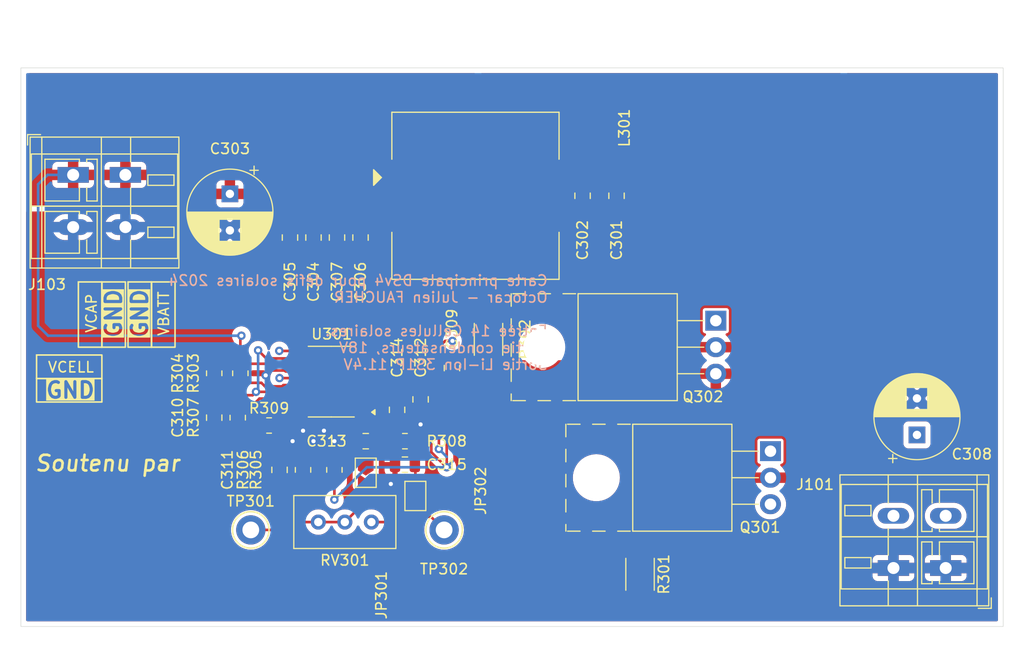
<source format=kicad_pcb>
(kicad_pcb (version 20240225) (generator "pcbnew") (generator_version "8.99")
  (layers (0 "F.Cu" signal) (31 "B.Cu" signal) (34 "B.Paste" user) (35 "F.Paste" user) (36 "B.SilkS" user "B.Silkscreen") (37 "F.SilkS" user "F.Silkscreen") (38 "B.Mask" user) (39 "F.Mask" user) (44 "Edge.Cuts" user))
  (net 0 "")
  (net 1 "Net-(U301-INTV_{EE})")
  (net 2 "Net-(U301-INTV_{CC})")
  (net 3 "Net-(U301-IMON)")
  (net 4 "Net-(JP301-A)")
  (net 5 "Net-(U301-SS)")
  (net 6 "Net-(JP302-A)")
  (net 7 "Net-(JP301-B)")
  (net 8 "Net-(JP302-B)")
  (net 9 "Net-(Q301-G)")
  (net 10 "Net-(Q302-G)")
  (net 11 "Net-(U301-EN{slash}FBIN)")
  (net 12 "Net-(U301-FBX)")
  (net 13 "Net-(U301-RT)")
  (net 14 "Net-(R307-Pad2)")
  (net 16 "/PSU Core/SW_IN")
  (net 17 "/PSU Core/SW_OUT")
  (net 18 "/PSU Core/V_{IN}")
  (net 19 "PGND")
  (net 20 "/PSU Core/V_{OUT}")
  (net 21 "/PSU Core/V_{CTRL}")
  (net 22 "/PSU Core/SWOUT_ISP")
  (net 23 "/PSU Core/SWIN_CSP")
  (footprint "Resistor_SMD:R_0805_2012Metric" (layer "F.Cu") (at 136.75 81.25)
    (property "Reference" "R308" (at 4 0 0) (layer "F.SilkS"))
    (property "Value" "R")
    (pad "1" smd roundrect (at -0.9125 0) (size 1.025 1.4) (layers "F.Cu" "F.Paste" "F.Mask") (roundrect_rratio 0.243902) (net 4 "Net-(JP301-A)"))
    (pad "2" smd roundrect (at 0.9125 0) (size 1.025 1.4) (layers "F.Cu" "F.Paste" "F.Mask") (roundrect_rratio 0.243902) (net 6 "Net-(JP302-A)"))
  )
  (footprint "Resistor_SMD:R_2010_5025Metric" (layer "F.Cu") (at 159.25 94 -90)
    (property "Reference" "R301" (at 0 -2.28 90) (layer "F.SilkS"))
    (property "Value" "33m")
    (pad "1" smd roundrect (at -2.3125 0 270) (size 1.225 2.65) (layers "F.Cu" "F.Paste" "F.Mask") (roundrect_rratio 0.204082) (net 22 "/PSU Core/SWOUT_ISP") (thermal_bridge_width 1))
    (pad "2" smd roundrect (at 2.3125 0 270) (size 1.225 2.65) (layers "F.Cu" "F.Paste" "F.Mask") (roundrect_rratio 0.204082) (net 20 "/PSU Core/V_{OUT}") (thermal_bridge_width 1))
  )
  (footprint "Capacitor_SMD:C_0805_2012Metric" (layer "F.Cu") (at 124.75 84 90)
    (property "Reference" "C311" (at 0 -5 -90) (layer "F.SilkS"))
    (property "Value" "C")
    (pad "1" smd roundrect (at -0.95 0 90) (size 1 1.45) (layers "F.Cu" "F.Paste" "F.Mask") (net 21 "/PSU Core/V_{CTRL}"))
    (pad "2" smd roundrect (at 0.95 0 90) (size 1 1.45) (layers "F.Cu" "F.Paste" "F.Mask") (net 19 "PGND"))
  )
  (footprint "Package_SO:HTSSOP-20-1EP_4.4x6.5mm_P0.65mm_EP2.74x3.86mm" (layer "F.Cu") (at 129.7 75.55 180)
    (property "Reference" "U301" (at -0.05 4.55 180) (layer "F.SilkS"))
    (property "Value" "LT8710")
    (pad "1" smd roundrect (at -2.8625 -2.925 180) (size 1.475 0.4) (layers "F.Cu" "F.Paste" "F.Mask") (net 12 "Net-(U301-FBX)"))
    (pad "2" smd roundrect (at -2.8625 -2.275 180) (size 1.475 0.4) (layers "F.Cu" "F.Paste" "F.Mask") (net 4 "Net-(JP301-A)"))
    (pad "3" smd roundrect (at -2.8625 -1.625 180) (size 1.475 0.4) (layers "F.Cu" "F.Paste" "F.Mask") (net 5 "Net-(U301-SS)"))
    (pad "4" smd roundrect (at -2.8625 -0.975 180) (size 1.475 0.4) (layers "F.Cu" "F.Paste" "F.Mask"))
    (pad "5" smd roundrect (at -2.8625 -0.325 180) (size 1.475 0.4) (layers "F.Cu" "F.Paste" "F.Mask") (net 3 "Net-(U301-IMON)"))
    (pad "6" smd roundrect (at -2.8625 0.325 180) (size 1.475 0.4) (layers "F.Cu" "F.Paste" "F.Mask") (net 20 "/PSU Core/V_{OUT}"))
    (pad "7" smd roundrect (at -2.8625 0.975 180) (size 1.475 0.4) (layers "F.Cu" "F.Paste" "F.Mask") (net 22 "/PSU Core/SWOUT_ISP"))
    (pad "8" smd roundrect (at -2.8625 1.625 180) (size 1.475 0.4) (layers "F.Cu" "F.Paste" "F.Mask") (net 20 "/PSU Core/V_{OUT}"))
    (pad "9" smd roundrect (at -2.8625 2.275 180) (size 1.475 0.4) (layers "F.Cu" "F.Paste" "F.Mask") (net 1 "Net-(U301-INTV_{EE})"))
    (pad "10" smd roundrect (at -2.8625 2.925 180) (size 1.475 0.4) (layers "F.Cu" "F.Paste" "F.Mask") (net 9 "Net-(Q301-G)"))
    (pad "11" smd roundrect (at 2.8625 2.925 180) (size 1.475 0.4) (layers "F.Cu" "F.Paste" "F.Mask") (net 10 "Net-(Q302-G)"))
    (pad "12" smd roundrect (at 2.8625 2.275 180) (size 1.475 0.4) (layers "F.Cu" "F.Paste" "F.Mask") (net 2 "Net-(U301-INTV_{CC})"))
    (pad "13" smd roundrect (at 2.8625 1.625 180) (size 1.475 0.4) (layers "F.Cu" "F.Paste" "F.Mask") (net 18 "/PSU Core/V_{IN}"))
    (pad "14" smd roundrect (at 2.8625 0.975 180) (size 1.475 0.4) (layers "F.Cu" "F.Paste" "F.Mask") (net 19 "PGND"))
    (pad "15" smd roundrect (at 2.8625 0.325 180) (size 1.475 0.4) (layers "F.Cu" "F.Paste" "F.Mask") (net 23 "/PSU Core/SWIN_CSP"))
    (pad "16" smd roundrect (at 2.8625 -0.325 180) (size 1.475 0.4) (layers "F.Cu" "F.Paste" "F.Mask") (net 11 "Net-(U301-EN{slash}FBIN)"))
    (pad "17" smd roundrect (at 2.8625 -0.975 180) (size 1.475 0.4) (layers "F.Cu" "F.Paste" "F.Mask") (net 2 "Net-(U301-INTV_{CC})"))
    (pad "18" smd roundrect (at 2.8625 -1.625 180) (size 1.475 0.4) (layers "F.Cu" "F.Paste" "F.Mask") (net 13 "Net-(U301-RT)"))
    (pad "19" smd roundrect (at 2.8625 -2.275 180) (size 1.475 0.4) (layers "F.Cu" "F.Paste" "F.Mask") (net 19 "PGND"))
    (pad "20" smd roundrect (at 2.8625 -2.925 180) (size 1.475 0.4) (layers "F.Cu" "F.Paste" "F.Mask") (net 19 "PGND"))
    (pad "21" smd rect (at 0 0 180) (size 2.74 3.86) (property pad_prop_heatsink) (layers "F.Cu" "F.Mask") (net 19 "PGND"))
  )
  (footprint "Resistor_SMD:R_0805_2012Metric" (layer "F.Cu") (at 120.75 79 -90)
    (property "Reference" "R307" (at 0 4.25 90) (layer "F.SilkS"))
    (property "Value" "120k")
    (pad "1" smd roundrect (at -0.9125 0 270) (size 1.025 1.4) (layers "F.Cu" "F.Paste" "F.Mask") (roundrect_rratio 0.243902) (net 13 "Net-(U301-RT)"))
    (pad "2" smd roundrect (at 0.9125 0 270) (size 1.025 1.4) (layers "F.Cu" "F.Paste" "F.Mask") (roundrect_rratio 0.243902) (net 14 "Net-(R307-Pad2)"))
  )
  (footprint "Package_TO_SOT_THT:TO-220-3_Horizontal_TabUp" (layer "F.Cu") (at 166.5 69.71 -90)
    (property "Reference" "Q302" (at 7.29 1.23 180) (layer "F.SilkS"))
    (property "Value" "TK4R3E06PL")
    (pad "" np_thru_hole oval (at 2.54 16.66 270) (size 3.5 3.5) (drill 3.5) (layers "F&B.Cu" "*.Mask"))
    (pad "1" thru_hole rect (at 0 0 270) (size 1.905 2) (drill 1.1) (layers "*.Cu" "*.Mask") (net 10 "Net-(Q302-G)") (thermal_bridge_width 1))
    (pad "2" thru_hole oval (at 2.54 0 270) (size 1.905 2) (drill 1.1) (layers "*.Cu" "*.Mask") (net 16 "/PSU Core/SW_IN") (thermal_bridge_width 1))
    (pad "3" thru_hole oval (at 5.08 0 270) (size 1.905 2) (drill 1.1) (layers "*.Cu" "*.Mask") (net 23 "/PSU Core/SWIN_CSP") (thermal_bridge_width 1))
  )
  (footprint "Capacitor_SMD:C_0805_2012Metric" (layer "F.Cu") (at 132.5 61.75 -90)
    (property "Reference" "C306" (at 4.25 0 90) (layer "F.SilkS"))
    (property "Value" "10u")
    (pad "1" smd roundrect (at -0.95 0 270) (size 1 1.45) (layers "F.Cu" "F.Paste" "F.Mask") (net 18 "/PSU Core/V_{IN}") (thermal_bridge_width 0.75))
    (pad "2" smd roundrect (at 0.95 0 270) (size 1 1.45) (layers "F.Cu" "F.Paste" "F.Mask") (net 19 "PGND") (thermal_bridge_width 0.75))
  )
  (footprint "Capacitor_SMD:C_0805_2012Metric" (layer "F.Cu") (at 138.25 77.25 -90)
    (property "Reference" "C312" (at -4 0 90) (layer "F.SilkS"))
    (property "Value" "68n")
    (pad "1" smd roundrect (at -0.95 0 270) (size 1 1.45) (layers "F.Cu" "F.Paste" "F.Mask") (net 3 "Net-(U301-IMON)"))
    (pad "2" smd roundrect (at 0.95 0 270) (size 1 1.45) (layers "F.Cu" "F.Paste" "F.Mask") (net 19 "PGND"))
  )
  (footprint "Capacitor_SMD:C_0805_2012Metric" (layer "F.Cu") (at 136 78.25 -90)
    (property "Reference" "C314" (at -5 0 90) (layer "F.SilkS"))
    (property "Value" "680n")
    (pad "1" smd roundrect (at -0.95 0 270) (size 1 1.45) (layers "F.Cu" "F.Paste" "F.Mask") (net 5 "Net-(U301-SS)"))
    (pad "2" smd roundrect (at 0.95 0 270) (size 1 1.45) (layers "F.Cu" "F.Paste" "F.Mask") (net 19 "PGND"))
  )
  (footprint "Potentiometer_THT:Potentiometer_Bourns_3296W_Vertical" (layer "F.Cu") (at 128.46 89 180)
    (property "Reference" "RV301" (at -2.54 -3.66 180) (layer "F.SilkS"))
    (property "Value" "100k (10k)")
    (pad "1" thru_hole circle (at 0 0 180) (size 1.44 1.44) (drill 0.8) (layers "*.Cu" "*.Mask") (net 7 "Net-(JP301-B)"))
    (pad "2" thru_hole circle (at -2.54 0 180) (size 1.44 1.44) (drill 0.8) (layers "*.Cu" "*.Mask") (net 7 "Net-(JP301-B)"))
    (pad "3" thru_hole circle (at -5.08 0 180) (size 1.44 1.44) (drill 0.8) (layers "*.Cu" "*.Mask") (net 8 "Net-(JP302-B)"))
  )
  (footprint "Capacitor_SMD:C_0805_2012Metric" (layer "F.Cu") (at 153.75 57.75 -90)
    (property "Reference" "C302" (at 4.25 0 90) (layer "F.SilkS"))
    (property "Value" "10u")
    (pad "1" smd roundrect (at -0.95 0 270) (size 1 1.45) (layers "F.Cu" "F.Paste" "F.Mask") (net 17 "/PSU Core/SW_OUT") (thermal_bridge_width 0.75))
    (pad "2" smd roundrect (at 0.95 0 270) (size 1 1.45) (layers "F.Cu" "F.Paste" "F.Mask") (net 16 "/PSU Core/SW_IN") (thermal_bridge_width 0.75))
  )
  (footprint "Resistor_SMD:R_0805_2012Metric" (layer "F.Cu") (at 123.75 79.75)
    (property "Reference" "R309" (at 0 -1.65 0) (layer "F.SilkS"))
    (property "Value" "22k")
    (pad "1" smd roundrect (at -0.9125 0) (size 1.025 1.4) (layers "F.Cu" "F.Paste" "F.Mask") (roundrect_rratio 0.243902) (net 14 "Net-(R307-Pad2)"))
    (pad "2" smd roundrect (at 0.9125 0) (size 1.025 1.4) (layers "F.Cu" "F.Paste" "F.Mask") (roundrect_rratio 0.243902) (net 19 "PGND"))
  )
  (footprint "Jumper:SolderJumper-2_P1.3mm_Open_TrianglePad1.0x1.5mm" (layer "F.Cu") (at 137.75 86.5 -90)
    (property "Reference" "JP302" (at -0.5 -6.25 90) (layer "F.SilkS"))
    (property "Value" "JP_COMP")
    (pad "1" smd custom (at -0.725 0 270) (size 0.3 0.3) (layers "F.Cu" "F.Mask") (net 6 "Net-(JP302-A)") (options (clearance outline) (anchor rect)) (primitives (gr_poly (pts (xy 1 0) (xy 0.5 0.75) (xy -0.5 0.75) (xy -0.5 -0.75) (xy 0.5 -0.75)) (width 0) (fill yes))))
    (pad "2" smd custom (at 0.725 0 270) (size 0.3 0.3) (layers "F.Cu" "F.Mask") (net 8 "Net-(JP302-B)") (options (clearance outline) (anchor rect)) (primitives (gr_poly (pts (xy 0.5 0.75) (xy -0.65 0.75) (xy -0.15 0) (xy -0.65 -0.75) (xy 0.5 -0.75)) (width 0) (fill yes))))
  )
  (footprint "Resistor_SMD:R_2010_5025Metric" (layer "F.Cu") (at 144.75 71.5 90)
    (property "Reference" "R302" (at 0 3.5 -90) (layer "F.SilkS"))
    (property "Value" "1m")
    (pad "1" smd roundrect (at -2.3125 0 90) (size 1.225 2.65) (layers "F.Cu" "F.Paste" "F.Mask") (roundrect_rratio 0.204082) (net 23 "/PSU Core/SWIN_CSP") (thermal_bridge_width 1))
    (pad "2" smd roundrect (at 2.3125 0 90) (size 1.225 2.65) (layers "F.Cu" "F.Paste" "F.Mask") (roundrect_rratio 0.204082) (net 19 "PGND") (thermal_bridge_width 1))
  )
  (footprint "TerminalBlock_WAGO:TerminalBlock_WAGO_236-402_1x02_P5.00mm_45Degree" (layer "F.Cu") (at 110 55.75 -90)
    (property "Reference" "J103" (at 10.5 7.5 180) (layer "F.SilkS"))
    (property "Value" "Conn_01x02")
    (pad "1" thru_hole rect (at 0 0 270) (size 1.5 3) (drill 1.15) (layers "*.Cu" "*.Mask") (net 18 "/PSU Core/V_{IN}"))
    (pad "1" thru_hole rect (at 0 5 270) (size 1.5 3) (drill 1.15) (layers "*.Cu" "*.Mask") (net 18 "/PSU Core/V_{IN}"))
    (pad "2" thru_hole oval (at 5 0 270) (size 1.5 3) (drill 1.15) (layers "*.Cu" "*.Mask") (net 19 "PGND") (thermal_bridge_width 1))
    (pad "2" thru_hole oval (at 5 5 270) (size 1.5 3) (drill 1.15) (layers "*.Cu" "*.Mask") (net 19 "PGND") (thermal_bridge_width 1))
  )
  (footprint "Capacitor_SMD:C_0805_2012Metric" (layer "F.Cu") (at 136.75 83.5 180)
    (property "Reference" "C315" (at -4 0 180) (layer "F.SilkS"))
    (property "Value" "4.7n")
    (pad "1" smd roundrect (at -0.95 0 180) (size 1 1.45) (layers "F.Cu" "F.Paste" "F.Mask") (net 6 "Net-(JP302-A)"))
    (pad "2" smd roundrect (at 0.95 0 180) (size 1 1.45) (layers "F.Cu" "F.Paste" "F.Mask") (net 19 "PGND"))
  )
  (footprint "Capacitor_SMD:C_0805_2012Metric" (layer "F.Cu") (at 118.5 79 -90)
    (property "Reference" "C310" (at 0 3.5 90) (layer "F.SilkS"))
    (property "Value" "2.2u")
    (pad "1" smd roundrect (at -0.95 0 270) (size 1 1.45) (layers "F.Cu" "F.Paste" "F.Mask") (net 2 "Net-(U301-INTV_{CC})"))
    (pad "2" smd roundrect (at 0.95 0 270) (size 1 1.45) (layers "F.Cu" "F.Paste" "F.Mask") (net 19 "PGND"))
  )
  (footprint "Resistor_SMD:R_0805_2012Metric" (layer "F.Cu") (at 121 74.75 -90)
    (property "Reference" "R303" (at 0 4.5 90) (layer "F.SilkS"))
    (property "Value" "18k")
    (pad "1" smd roundrect (at -0.9125 0 270) (size 1.025 1.4) (layers "F.Cu" "F.Paste" "F.Mask") (roundrect_rratio 0.243902) (net 18 "/PSU Core/V_{IN}"))
    (pad "2" smd roundrect (at 0.9125 0 270) (size 1.025 1.4) (layers "F.Cu" "F.Paste" "F.Mask") (roundrect_rratio 0.243902) (net 11 "Net-(U301-EN{slash}FBIN)"))
  )
  (footprint "Capacitor_SMD:C_0805_2012Metric" (layer "F.Cu") (at 141.25 74.25 90)
    (property "Reference" "C309" (at 3.75 0 -90) (layer "F.SilkS"))
    (property "Value" "2.2u")
    (pad "1" smd roundrect (at -0.95 0 90) (size 1 1.45) (layers "F.Cu" "F.Paste" "F.Mask") (net 20 "/PSU Core/V_{OUT}"))
    (pad "2" smd roundrect (at 0.95 0 90) (size 1 1.45) (layers "F.Cu" "F.Paste" "F.Mask") (net 1 "Net-(U301-INTV_{EE})"))
  )
  (footprint "Capacitor_SMD:C_0805_2012Metric" (layer "F.Cu") (at 130.25 61.75 -90)
    (property "Reference" "C307" (at 4.25 0 90) (layer "F.SilkS"))
    (property "Value" "10u")
    (pad "1" smd roundrect (at -0.95 0 270) (size 1 1.45) (layers "F.Cu" "F.Paste" "F.Mask") (net 18 "/PSU Core/V_{IN}") (thermal_bridge_width 0.75))
    (pad "2" smd roundrect (at 0.95 0 270) (size 1 1.45) (layers "F.Cu" "F.Paste" "F.Mask") (net 19 "PGND") (thermal_bridge_width 0.75))
  )
  (footprint "Capacitor_SMD:C_0805_2012Metric" (layer "F.Cu") (at 125.75 61.75 -90)
    (property "Reference" "C305" (at 4.25 0 90) (layer "F.SilkS"))
    (property "Value" "10u")
    (pad "1" smd roundrect (at -0.95 0 270) (size 1 1.45) (layers "F.Cu" "F.Paste" "F.Mask") (net 18 "/PSU Core/V_{IN}") (thermal_bridge_width 0.75))
    (pad "2" smd roundrect (at 0.95 0 270) (size 1 1.45) (layers "F.Cu" "F.Paste" "F.Mask") (net 19 "PGND") (thermal_bridge_width 0.75))
  )
  (footprint "Jumper:SolderJumper-2_P1.3mm_Open_TrianglePad1.0x1.5mm" (layer "F.Cu") (at 133 84.275 -90)
    (property "Reference" "JP301" (at 11.725 -1.5 90) (layer "F.SilkS"))
    (property "Value" "JP_COMP")
    (pad "1" smd custom (at -0.725 0 270) (size 0.3 0.3) (layers "F.Cu" "F.Mask") (net 4 "Net-(JP301-A)") (options (clearance outline) (anchor rect)) (primitives (gr_poly (pts (xy 1 0) (xy 0.5 0.75) (xy -0.5 0.75) (xy -0.5 -0.75) (xy 0.5 -0.75)) (width 0) (fill yes))))
    (pad "2" smd custom (at 0.725 0 270) (size 0.3 0.3) (layers "F.Cu" "F.Mask") (net 7 "Net-(JP301-B)") (options (clearance outline) (anchor rect)) (primitives (gr_poly (pts (xy 0.5 0.75) (xy -0.65 0.75) (xy -0.15 0) (xy -0.65 -0.75) (xy 0.5 -0.75)) (width 0) (fill yes))))
  )
  (footprint "Capacitor_SMD:C_0805_2012Metric" (layer "F.Cu") (at 133 81.25 180)
    (property "Reference" "C313" (at 3.75 0 180) (layer "F.SilkS"))
    (property "Value" "100p")
    (pad "1" smd roundrect (at -0.95 0 180) (size 1 1.45) (layers "F.Cu" "F.Paste" "F.Mask") (net 4 "Net-(JP301-A)"))
    (pad "2" smd roundrect (at 0.95 0 180) (size 1 1.45) (layers "F.Cu" "F.Paste" "F.Mask") (net 19 "PGND"))
  )
  (footprint "Capacitor_SMD:C_0805_2012Metric" (layer "F.Cu") (at 157 57.75 -90)
    (property "Reference" "C301" (at 4.25 0 90) (layer "F.SilkS"))
    (property "Value" "10u")
    (pad "1" smd roundrect (at -0.95 0 270) (size 1 1.45) (layers "F.Cu" "F.Paste" "F.Mask") (net 17 "/PSU Core/SW_OUT") (thermal_bridge_width 0.75))
    (pad "2" smd roundrect (at 0.95 0 270) (size 1 1.45) (layers "F.Cu" "F.Paste" "F.Mask") (net 16 "/PSU Core/SW_IN") (thermal_bridge_width 0.75))
  )
  (footprint "TerminalBlock_WAGO:TerminalBlock_WAGO_236-402_1x02_P5.00mm_45Degree" (layer "F.Cu") (at 183.5 93.4 90)
    (property "Reference" "J101" (at 8 -7.5 360) (layer "F.SilkS"))
    (property "Value" "Conn_01x02")
    (pad "1" thru_hole rect (at 0 0 90) (size 1.5 3) (drill 1.15) (layers "*.Cu" "*.Mask") (net 19 "PGND") (thermal_bridge_width 1))
    (pad "1" thru_hole rect (at 0 5 90) (size 1.5 3) (drill 1.15) (layers "*.Cu" "*.Mask") (net 19 "PGND") (thermal_bridge_width 1))
    (pad "2" thru_hole oval (at 5 0 90) (size 1.5 3) (drill 1.15) (layers "*.Cu" "*.Mask") (net 20 "/PSU Core/V_{OUT}") (thermal_bridge_width 1))
    (pad "2" thru_hole oval (at 5 5 90) (size 1.5 3) (drill 1.15) (layers "*.Cu" "*.Mask") (net 20 "/PSU Core/V_{OUT}") (thermal_bridge_width 1))
  )
  (footprint "dsv4:Coilcraft_MSD1514" (layer "F.Cu") (at 143.5 57.75 90)
    (property "Reference" "L301" (at 6.5 14.25 90) (layer "F.SilkS"))
    (property "Value" "3.3u")
    (pad "1" smd roundrect (at 1.85 -6.05 90) (size 2.3 4.2) (layers "F.Cu" "F.Paste" "F.Mask") (roundrect_rratio 0.15) (net 18 "/PSU Core/V_{IN}"))
    (pad "2" smd roundrect (at -1.85 -6.05 90) (size 2.3 4.2) (layers "F.Cu" "F.Paste" "F.Mask") (roundrect_rratio 0.15) (net 19 "PGND"))
    (pad "3" smd roundrect (at -1.85 6.05 90) (size 2.3 4.2) (layers "F.Cu" "F.Paste" "F.Mask") (roundrect_rratio 0.15) (net 16 "/PSU Core/SW_IN"))
    (pad "4" smd roundrect (at 1.85 6.05 90) (size 2.3 4.2) (layers "F.Cu" "F.Paste" "F.Mask") (roundrect_rratio 0.15) (net 17 "/PSU Core/SW_OUT"))
  )
  (footprint "TestPoint:TestPoint_Keystone_5010-5014_Multipurpose" (layer "F.Cu") (at 140.5 89.75)
    (property "Reference" "TP302" (at 0 3.75 0) (layer "F.SilkS"))
    (property "Value" "TP_RCOMP_L")
    (pad "1" thru_hole circle (at 0 0) (size 2.8 2.8) (drill 1.6) (layers "*.Cu" "*.Mask") (net 8 "Net-(JP302-B)"))
  )
  (footprint "Resistor_SMD:R_0805_2012Metric" (layer "F.Cu") (at 130 84 90)
    (property "Reference" "R305" (at 0 -7.5 -90) (layer "F.SilkS"))
    (property "Value" "200k")
    (pad "1" smd roundrect (at -0.9125 0 90) (size 1.025 1.4) (layers "F.Cu" "F.Paste" "F.Mask") (roundrect_rratio 0.243902) (net 20 "/PSU Core/V_{OUT}"))
    (pad "2" smd roundrect (at 0.9125 0 90) (size 1.025 1.4) (layers "F.Cu" "F.Paste" "F.Mask") (roundrect_rratio 0.243902) (net 12 "Net-(U301-FBX)"))
  )
  (footprint "Capacitor_THT:CP_Radial_D8.0mm_P3.50mm" (layer "F.Cu") (at 120 57.567621 -90)
    (property "Reference" "C303" (at -4.317621 0 0) (layer "F.SilkS"))
    (property "Value" "220u")
    (pad "1" thru_hole rect (at 0 0 270) (size 1.6 1.6) (drill 0.8) (layers "*.Cu" "*.Mask") (net 18 "/PSU Core/V_{IN}"))
    (pad "2" thru_hole circle (at 3.5 0 270) (size 1.6 1.6) (drill 0.8) (layers "*.Cu" "*.Mask") (net 19 "PGND") (thermal_bridge_width 1))
  )
  (footprint "Capacitor_THT:CP_Radial_D8.0mm_P3.50mm" (layer "F.Cu") (at 185.75 80.652651 90)
    (property "Reference" "C308" (at -1.847349 5.25 360) (layer "F.SilkS"))
    (property "Value" "220u")
    (pad "1" thru_hole rect (at 0 0 90) (size 1.6 1.6) (drill 0.8) (layers "*.Cu" "*.Mask") (net 20 "/PSU Core/V_{OUT}") (thermal_bridge_width 1))
    (pad "2" thru_hole circle (at 3.5 0 90) (size 1.6 1.6) (drill 0.8) (layers "*.Cu" "*.Mask") (net 19 "PGND") (thermal_bridge_width 1))
  )
  (footprint "Resistor_SMD:R_0805_2012Metric" (layer "F.Cu") (at 118.5 74.75 90)
    (property "Reference" "R304" (at 0 -3.5 -90) (layer "F.SilkS"))
    (property "Value" "4.7k")
    (pad "1" smd roundrect (at -0.9125 0 90) (size 1.025 1.4) (layers "F.Cu" "F.Paste" "F.Mask") (roundrect_rratio 0.243902) (net 11 "Net-(U301-EN{slash}FBIN)"))
    (pad "2" smd roundrect (at 0.9125 0 90) (size 1.025 1.4) (layers "F.Cu" "F.Paste" "F.Mask") (roundrect_rratio 0.243902) (net 19 "PGND"))
  )
  (footprint "TestPoint:TestPoint_Keystone_5010-5014_Multipurpose" (layer "F.Cu") (at 122 89.75)
    (property "Reference" "TP301" (at 0 -2.75 0) (layer "F.SilkS"))
    (property "Value" "TP_RCOMP_H")
    (pad "1" thru_hole circle (at 0 0) (size 2.8 2.8) (drill 1.6) (layers "*.Cu" "*.Mask") (net 7 "Net-(JP301-B)"))
  )
  (footprint "Package_TO_SOT_THT:TO-220-3_Horizontal_TabUp" (layer "F.Cu") (at 171.73 82.21 -90)
    (property "Reference" "Q301" (at 7.29 1 180) (layer "F.SilkS"))
    (property "Value" "IXTP28P065T")
    (pad "" np_thru_hole oval (at 2.54 16.66 270) (size 3.5 3.5) (drill 3.5) (layers "F&B.Cu" "*.Mask"))
    (pad "1" thru_hole rect (at 0 0 270) (size 1.905 2) (drill 1.1) (layers "*.Cu" "*.Mask") (net 9 "Net-(Q301-G)") (thermal_bridge_width 1))
    (pad "2" thru_hole oval (at 2.54 0 270) (size 1.905 2) (drill 1.1) (layers "*.Cu" "*.Mask") (net 17 "/PSU Core/SW_OUT") (thermal_bridge_width 1))
    (pad "3" thru_hole oval (at 5.08 0 270) (size 1.905 2) (drill 1.1) (layers "*.Cu" "*.Mask") (net 22 "/PSU Core/SWOUT_ISP") (thermal_bridge_width 1))
  )
  (footprint "Capacitor_SMD:C_0805_2012Metric" (layer "F.Cu") (at 128 61.75 -90)
    (property "Reference" "C304" (at 4.25 0 90) (layer "F.SilkS"))
    (property "Value" "10u")
    (pad "1" smd roundrect (at -0.95 0 270) (size 1 1.45) (layers "F.Cu" "F.Paste" "F.Mask") (net 18 "/PSU Core/V_{IN}") (thermal_bridge_width 0.75))
    (pad "2" smd roundrect (at 0.95 0 270) (size 1 1.45) (layers "F.Cu" "F.Paste" "F.Mask") (net 19 "PGND") (thermal_bridge_width 0.75))
  )
  (footprint "Resistor_SMD:R_0805_2012Metric" (layer "F.Cu") (at 127 84 -90)
    (property "Reference" "R306" (at 0 5.75 90) (layer "F.SilkS"))
    (property "Value" "R")
    (pad "1" smd roundrect (at -0.9125 0 270) (size 1.025 1.4) (layers "F.Cu" "F.Paste" "F.Mask") (roundrect_rratio 0.243902) (net 12 "Net-(U301-FBX)"))
    (pad "2" smd roundrect (at 0.9125 0 270) (size 1.025 1.4) (layers "F.Cu" "F.Paste" "F.Mask") (roundrect_rratio 0.243902) (net 21 "/PSU Core/V_{CTRL}"))
  )
  (gr_rect (start 107.75 66) (end 110 72.25) (stroke (width 0.15)) (fill none) (layer "F.SilkS"))
  (gr_rect (start 105.5 66) (end 107.75 72.25) (stroke (width 0.15)) (fill none) (layer "F.SilkS"))
  (gr_rect (start 112.5 66) (end 114.75 72.25) (stroke (width 0.15)) (fill none) (layer "F.SilkS"))
  (gr_rect (start 101.5 75.25) (end 107.75 77.5) (stroke (width 0.15)) (fill none) (layer "F.SilkS"))
  (gr_rect (start 110.25 66) (end 112.5 72.25) (stroke (width 0.15)) (fill none) (layer "F.SilkS"))
  (gr_rect (start 101.5 73) (end 107.75 75.25) (stroke (width 0.15)) (fill none) (layer "F.SilkS"))
  (gr_rect (start 100 45.5) (end 194 99) (stroke (width 0.05)) (fill none) (layer "Edge.Cuts"))
  (gr_text "Carte principale DSv4 pour défis solaires 2024\nOctocar - Julien FAUCHER\n\nEntrée 14 Cellules solaires.\nSortie condensateurs, 18V\nSortie Li-Ion 3S1P 11.4V" (at 150.5 74.5 0) (layer "B.SilkS") (effects (font (size 1 1)) (justify left bottom mirror)))
  (gr_text "Soutenu par" (at 101.25 84.25 0) (layer "F.SilkS") (effects (font (size 1.5 1.5) (thickness 0.25) (bold yes) (italic yes)) (justify left bottom)))
  (gr_text "VCELL" (at 102.5 74.75 0) (layer "F.SilkS") (effects (font (size 1 1)) (justify left bottom)))
  (gr_text "VBATT" (at 114.25 71.25 90) (layer "F.SilkS") (effects (font (size 1 1)) (justify left bottom)))
  (gr_text "VCAP" (at 106.75 69 90) (layer "F.SilkS") (effects (font (size 1 1))))
  (gr_text "GND" (at 102.25 77.25 0) (layer "F.SilkS" knockout) (effects (font (size 1.5 1.5) (thickness 0.3) (bold yes)) (justify left bottom)))
  (gr_text "GND" (at 109.75 71.5 90) (layer "F.SilkS" knockout) (effects (font (size 1.5 1.5) (thickness 0.3) (bold yes)) (justify left bottom)))
  (gr_text "GND" (at 112.25 71.5 90) (layer "F.SilkS" knockout) (effects (font (size 1.5 1.5) (thickness 0.3) (bold yes)) (justify left bottom)))
  (segment (start 141.21 73.26) (end 132.5775 73.26) (width 0.25) (layer "F.Cu") (net 1))
  (segment (start 123.475 73.325) (end 122.7 72.55) (width 0.25) (layer "F.Cu") (net 2))
  (segment (start 122.5 76.525) (end 122.175 76.85) (width 0.25) (layer "F.Cu") (net 2))
  (segment (start 122.175 76.85) (end 118.9 76.85) (width 0.25) (layer "F.Cu") (net 2))
  (segment (start 118.9 76.85) (end 118.5 77.25) (width 0.25) (layer "F.Cu") (net 2))
  (segment (start 118.5 77.25) (end 118.5 78.05) (width 0.25) (layer "F.Cu") (net 2))
  (segment (start 122.5 76.525) (end 126.8375 76.525) (width 0.25) (layer "F.Cu") (net 2))
  (segment (start 126.7875 73.325) (end 123.475 73.325) (width 0.25) (layer "F.Cu") (net 2))
  (via (at 122.7 72.55) (size 0.8) (drill 0.4) (layers "F.Cu" "B.Cu") (net 2))
  (via (at 122.5 76.525) (size 0.8) (drill 0.4) (layers "F.Cu" "B.Cu") (net 2))
  (segment (start 122.7 76.325) (end 122.7 72.55) (width 0.25) (layer "B.Cu") (net 2))
  (segment (start 122.5 76.525) (end 122.7 76.325) (width 0.25) (layer "B.Cu") (net 2))
  (segment (start 136.225 75.875) (end 132.5625 75.875) (width 0.25) (layer "F.Cu") (net 3))
  (segment (start 138.25 76.3) (end 136.65 76.3) (width 0.25) (layer "F.Cu") (net 3))
  (segment (start 136.65 76.3) (end 136.225 75.875) (width 0.25) (layer "F.Cu") (net 3))
  (segment (start 133 83.55) (end 133 83.05) (width 0.25) (layer "F.Cu") (net 4))
  (segment (start 133.95 82.1) (end 133.95 81.25) (width 0.25) (layer "F.Cu") (net 4))
  (segment (start 134.55 79.05) (end 133.95 79.65) (width 0.25) (layer "F.Cu") (net 4))
  (segment (start 133 83.05) (end 133.95 82.1) (width 0.25) (layer "F.Cu") (net 4))
  (segment (start 134.225 77.825) (end 134.55 78.15) (width 0.25) (layer "F.Cu") (net 4))
  (segment (start 133.95 79.65) (end 133.95 81.25) (width 0.25) (layer "F.Cu") (net 4))
  (segment (start 134.55 78.15) (end 134.55 79.05) (width 0.25) (layer "F.Cu") (net 4))
  (segment (start 133.95 81.25) (end 135.8375 81.25) (width 0.25) (layer "F.Cu") (net 4))
  (segment (start 132.5625 77.825) (end 134.225 77.825) (width 0.25) (layer "F.Cu") (net 4))
  (segment (start 132.5625 77.175) (end 134.875 77.175) (width 0.25) (layer "F.Cu") (net 5))
  (segment (start 136 77.3) (end 135 77.3) (width 0.25) (layer "F.Cu") (net 5))
  (segment (start 134.875 77.175) (end 135 77.3) (width 0.25) (layer "F.Cu") (net 5))
  (segment (start 137.75 85.775) (end 137.75 83.55) (width 0.25) (layer "F.Cu") (net 6))
  (segment (start 137.6625 81.25) (end 137.6625 83.4625) (width 0.25) (layer "F.Cu") (net 6))
  (segment (start 125.7 89.75) (end 126.45 89) (width 0.25) (layer "F.Cu") (net 7))
  (segment (start 128.46 89) (end 131 89) (width 0.25) (layer "F.Cu") (net 7))
  (segment (start 126.45 89) (end 128.46 89) (width 0.25) (layer "F.Cu") (net 7))
  (segment (start 133 87) (end 133 85) (width 0.25) (layer "F.Cu") (net 7))
  (segment (start 131 89) (end 133 87) (width 0.25) (layer "F.Cu") (net 7))
  (segment (start 122 89.75) (end 125.7 89.75) (width 0.25) (layer "F.Cu") (net 7))
  (segment (start 137.75 88.5) (end 137.75 87.225) (width 0.25) (layer "F.Cu") (net 8))
  (segment (start 139.25 88.5) (end 140.5 89.75) (width 0.25) (layer "F.Cu") (net 8))
  (segment (start 137.75 88.5) (end 139.25 88.5) (width 0.25) (layer "F.Cu") (net 8))
  (segment (start 137.25 89) (end 137.75 88.5) (width 0.25) (layer "F.Cu") (net 8))
  (segment (start 133.54 89) (end 137.25 89) (width 0.25) (layer "F.Cu") (net 8))
  (segment (start 132.5775 72.61) (end 139.64 72.61) (width 0.25) (layer "F.Cu") (net 9))
  (segment (start 140.6 71.65) (end 141.3 71.65) (width 0.25) (layer "F.Cu") (net 9))
  (segment (start 139.64 72.61) (end 140.6 71.65) (width 0.25) (layer "F.Cu") (net 9))
  (via (at 141.3 71.65) (size 0.8) (drill 0.4) (layers "F.Cu" "B.Cu") (net 9))
  (segment (start 124.735 72.61) (end 126.8225 72.61) (width 0.25) (layer "F.Cu") (net 10))
  (segment (start 124.725 72.6) (end 124.735 72.61) (width 0.25) (layer "F.Cu") (net 10))
  (via (at 124.725 72.6) (size 0.8) (drill 0.4) (layers "F.Cu" "B.Cu") (net 10))
  (segment (start 121 75.6625) (end 123.0125 75.6625) (width 0.25) (layer "F.Cu") (net 11))
  (segment (start 125.125 75.875) (end 126.8375 75.875) (width 0.25) (layer "F.Cu") (net 11))
  (segment (start 121 75.6625) (end 118.5 75.6625) (width 0.25) (layer "F.Cu") (net 11))
  (segment (start 123.35 76) (end 125 76) (width 0.25) (layer "F.Cu") (net 11))
  (segment (start 123.0125 75.6625) (end 123.35 76) (width 0.25) (layer "F.Cu") (net 11))
  (segment (start 125 76) (end 125.125 75.875) (width 0.25) (layer "F.Cu") (net 11))
  (segment (start 132.6 82.5) (end 131.5 82.5) (width 0.25) (layer "F.Cu") (net 12))
  (segment (start 127 83.0875) (end 130 83.0875) (width 0.25) (layer "F.Cu") (net 12))
  (segment (start 133.95 79) (end 133.05 79.9) (width 0.25) (layer "F.Cu") (net 12))
  (segment (start 133.05 79.9) (end 133.05 81.95) (width 0.25) (layer "F.Cu") (net 12))
  (segment (start 131.5 82.5) (end 130.9125 83.0875) (width 0.25) (layer "F.Cu") (net 12))
  (segment (start 133.95 78.75) (end 133.95 79) (width 0.25) (layer "F.Cu") (net 12))
  (segment (start 133.1 82) (end 132.6 82.5) (width 0.25) (layer "F.Cu") (net 12))
  (segment (start 132.5625 78.475) (end 133.675 78.475) (width 0.25) (layer "F.Cu") (net 12))
  (segment (start 133.675 78.475) (end 133.95 78.75) (width 0.25) (layer "F.Cu") (net 12))
  (segment (start 130.9125 83.0875) (end 130 83.0875) (width 0.25) (layer "F.Cu") (net 12))
  (segment (start 133.05 81.95) (end 133.1 82) (width 0.25) (layer "F.Cu") (net 12))
  (segment (start 120.75 78.0875) (end 121.9125 78.0875) (width 0.25) (layer "F.Cu") (net 13))
  (segment (start 122.825 77.175) (end 126.8375 77.175) (width 0.25) (layer "F.Cu") (net 13))
  (segment (start 121.9125 78.0875) (end 122.825 77.175) (width 0.25) (layer "F.Cu") (net 13))
  (segment (start 121.6375 79.9125) (end 121.8 79.75) (width 0.25) (layer "F.Cu") (net 14))
  (segment (start 121.8 79.75) (end 122.8375 79.75) (width 0.25) (layer "F.Cu") (net 14))
  (segment (start 120.75 79.9125) (end 121.6375 79.9125) (width 0.25) (layer "F.Cu") (net 14))
  (segment (start 121 73.8375) (end 123.4875 73.8375) (width 0.25) (layer "F.Cu") (net 18))
  (segment (start 121 73.8375) (end 121 71.25) (width 0.25) (layer "F.Cu") (net 18))
  (segment (start 123.575 73.925) (end 126.8375 73.925) (width 0.25) (layer "F.Cu") (net 18))
  (segment (start 121 71.25) (end 121.1 71.15) (width 0.25) (layer "F.Cu") (net 18))
  (segment (start 123.4875 73.8375) (end 123.575 73.925) (width 0.25) (layer "F.Cu") (net 18))
  (via (at 121.1 71.15) (size 0.8) (drill 0.4) (layers "F.Cu" "B.Cu") (net 18))
  (segment (start 102.6 71.15) (end 101.65 70.2) (width 0.25) (layer "B.Cu") (net 18))
  (segment (start 102.55 55.75) (end 105 55.75) (width 0.25) (layer "B.Cu") (net 18))
  (segment (start 121.1 71.15) (end 102.6 71.15) (width 0.25) (layer "B.Cu") (net 18))
  (segment (start 101.65 70.2) (end 101.65 56.65) (width 0.25) (layer "B.Cu") (net 18))
  (segment (start 101.65 56.65) (end 102.55 55.75) (width 0.25) (layer "B.Cu") (net 18))
  (segment (start 135.8 84.95) (end 135.4 85.35) (width 0.25) (layer "F.Cu") (net 19))
  (segment (start 124.6625 78.0125) (end 124.6625 78.475313) (width 0.25) (layer "F.Cu") (net 19))
  (segment (start 126.8375 74.575) (end 125.34 74.575) (width 0.25) (layer "F.Cu") (net 19))
  (segment (start 145.25 70.8) (end 145.3 70.85) (width 0.25) (layer "F.Cu") (net 19))
  (segment (start 123.425 74.95) (end 123.89 74.485) (width 0.25) (layer "F.Cu") (net 19))
  (segment (start 126.8375 78.475) (end 124.662813 78.475) (width 0.25) (layer "F.Cu") (net 19))
  (segment (start 124.6625 78.475313) (end 124.6625 79.75) (width 0.25) (layer "F.Cu") (net 19))
  (segment (start 123.89 74.485) (end 125.25 74.485) (width 0.25) (layer "F.Cu") (net 19))
  (segment (start 127.574999 77.825) (end 127.599999 77.85) (width 0.25) (layer "F.Cu") (net 19))
  (segment (start 126.8375 77.825) (end 124.825 77.825) (width 0.25) (layer "F.Cu") (net 19))
  (segment (start 127.599999 77.85) (end 128.4 77.85) (width 0.25) (layer "F.Cu") (net 19))
  (segment (start 126.8375 77.825) (end 127.574999 77.825) (width 0.25) (layer "F.Cu") (net 19))
  (segment (start 125.34 74.575) (end 125.25 74.485) (width 0.25) (layer "F.Cu") (net 19))
  (segment (start 135.8 83.5) (end 135.8 84.95) (width 0.25) (layer "F.Cu") (net 19))
  (segment (start 124.825 77.825) (end 124.65 78) (width 0.25) (layer "F.Cu") (net 19))
  (segment (start 124.662813 78.475) (end 124.6625 78.475313) (width 0.25) (layer "F.Cu") (net 19))
  (segment (start 124.65 78) (end 124.6625 78.0125) (width 0.25) (layer "F.Cu") (net 19))
  (via (at 127 80.25) (size 0.8) (drill 0.4) (layers "F.Cu" "B.Cu") (net 19))
  (via (at 128 81.25) (size 0.8) (drill 0.4) (layers "F.Cu" "B.Cu") (net 19))
  (via (at 130 81.25) (size 0.8) (drill 0.4) (layers "F.Cu" "B.Cu") (net 19))
  (via (at 135.4 85.35) (size 0.8) (drill 0.4) (layers "F.Cu" "B.Cu") (net 19))
  (via (at 129 80.25) (size 0.8) (drill 0.4) (layers "F.Cu" "B.Cu") (net 19))
  (via (at 126 81.25) (size 0.8) (drill 0.4) (layers "F.Cu" "B.Cu") (net 19))
  (via (at 138.247957 79.647607) (size 0.8) (drill 0.4) (layers "F.Cu" "B.Cu") (net 19))
  (via (at 123.425 74.95) (size 0.8) (drill 0.4) (layers "F.Cu" "B.Cu") (net 19))
  (segment (start 140.08745 73.91) (end 132.5775 73.91) (width 0.25) (layer "F.Cu") (net 20))
  (segment (start 139.275 81.275) (end 139.55 81) (width 0.25) (layer "F.Cu") (net 20))
  (segment (start 141.25 77.25) (end 141.25 75.2) (width 0.25) (layer "F.Cu") (net 20))
  (segment (start 130 86.85) (end 130 84.9125) (width 0.25) (layer "F.Cu") (net 20))
  (segment (start 141.25 75.2) (end 141.25 74.35) (width 0.25) (layer "F.Cu") (net 20))
  (segment (start 140.42745 74.25) (end 140.08745 73.91) (width 0.25) (layer "F.Cu") (net 20))
  (segment (start 139.55 81) (end 139.55 75.55) (width 0.25) (layer "F.Cu") (net 20))
  (segment (start 139.21 75.21) (end 132.5775 75.21) (width 0.25) (layer "F.Cu") (net 20))
  (segment (start 141.15 74.25) (end 140.42745 74.25) (width 0.25) (layer "F.Cu") (net 20))
  (segment (start 140.75 77.75) (end 141.25 77.25) (width 0.25) (layer "F.Cu") (net 20))
  (segment (start 140.75 83.75) (end 140.724695 83.75) (width 0.25) (layer "F.Cu") (net 20))
  (segment (start 140.724695 83.75) (end 139.275 82.300305) (width 0.25) (layer "F.Cu") (net 20))
  (segment (start 141.25 74.35) (end 141.15 74.25) (width 0.25) (layer "F.Cu") (net 20))
  (segment (start 140.75 83.75) (end 140.75 77.75) (width 0.25) (layer "F.Cu") (net 20))
  (segment (start 139.55 75.55) (end 139.21 75.21) (width 0.25) (layer "F.Cu") (net 20))
  (segment (start 139.275 82.300305) (end 139.275 81.275) (width 0.25) (layer "F.Cu") (net 20))
  (via (at 130 86.85) (size 0.8) (drill 0.4) (layers "F.Cu" "B.Cu") (net 20))
  (via (at 140.75 83.75) (size 0.8) (drill 0.4) (layers "F.Cu" "B.Cu") (net 20))
  (segment (start 141.3 83.2) (end 140.75 83.75) (width 0.25) (layer "B.Cu") (net 20))
  (segment (start 133.1 83.75) (end 130 86.85) (width 0.25) (layer "B.Cu") (net 20))
  (segment (start 140.75 83.75) (end 133.1 83.75) (width 0.25) (layer "B.Cu") (net 20))
  (segment (start 124.75 84.95) (end 125.85 84.95) (width 0.25) (layer "F.Cu") (net 21))
  (segment (start 125.8875 84.9125) (end 125.85 84.95) (width 0.25) (layer "F.Cu") (net 21))
  (segment (start 127 84.9125) (end 125.8875 84.9125) (width 0.25) (layer "F.Cu") (net 21))
  (segment (start 140 75.25) (end 139.31 74.56) (width 0.25) (layer "F.Cu") (net 22))
  (segment (start 139.31 74.56) (end 132.5775 74.56) (width 0.25) (layer "F.Cu") (net 22))
  (segment (start 140 82) (end 140 75.25) (width 0.25) (layer "F.Cu") (net 22))
  (via (at 140 82) (size 0.8) (drill 0.4) (layers "F.Cu" "B.Cu") (net 22))
  (segment (start 140.75 82.75) (end 140 82) (width 0.25) (layer "B.Cu") (net 22))
  (segment (start 124.75 75.21) (end 126.8225 75.21) (width 0.25) (layer "F.Cu") (net 23))
  (via (at 124.75 75.21) (size 0.8) (drill 0.4) (layers "F.Cu" "B.Cu") (net 23))
  (zone (net 16) (net_name "/PSU Core/SW_IN") (layer "F.Cu") (priority 2) (connect_pads (clearance 0.25)) (min_thickness 0.25) (fill yes (thermal_gap 0.5) (thermal_bridge_width 0.5))
    (polygon (pts (xy 144 58) (xy 144 65.25) (xy 152.75 65.25) (xy 152.75 73.5) (xy 168.25 73.5) (xy 168.25 58)))
  )
  (zone (net 18) (net_name "/PSU Core/V_{IN}") (layer "F.Cu") (priority 1) (connect_pads (clearance 0.25)) (min_thickness 0.25) (fill yes (thermal_gap 0.5) (thermal_bridge_width 1))
    (polygon (pts (xy 100.75 58.75) (xy 122.25 58.75) (xy 122.25 61.75) (xy 133.5 61.75) (xy 133.5 57.75) (xy 143.5 57.75) (xy 143.5 46) (xy 100.75 46)))
  )
  (zone (net 17) (net_name "/PSU Core/SW_OUT") (layer "F.Cu") (priority 3) (connect_pads (clearance 0.25)) (min_thickness 0.25) (fill yes (thermal_gap 0.5) (thermal_bridge_width 0.5))
    (polygon (pts (xy 144 57.75) (xy 168.75 57.75) (xy 168.75 85.75) (xy 175.75 85.75) (xy 175.75 79.437499) (xy 178.5 76.723685) (xy 178.5 46) (xy 144 46)))
  )
  (zone (net 23) (net_name "/PSU Core/SWIN_CSP") (layer "F.Cu") (priority 5) (connect_pads (clearance 0.25)) (min_thickness 0.25) (fill yes (thermal_gap 0.5) (thermal_bridge_width 0.5))
    (polygon (pts (xy 148 73.5) (xy 147.25 72.75) (xy 143 72.75) (xy 143 80) (xy 168.25 80) (xy 168.25 73.5)))
  )
  (zone (net 19) (net_name "PGND") (layers "F&B.Cu") (connect_pads (clearance 0.5)) (min_thickness 0.25) (fill yes (thermal_gap 0.5) (thermal_bridge_width 0.5))
    (polygon (pts (xy 98 39) (xy 98 101) (xy 196 101) (xy 196 39)))
  )
)
</source>
